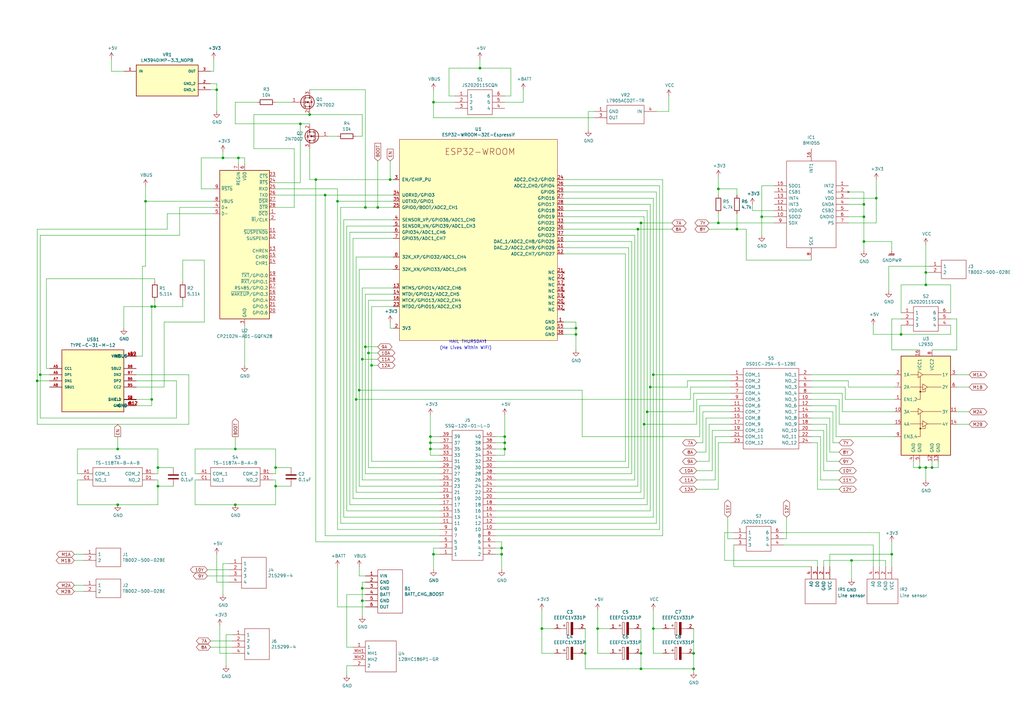
<source format=kicad_sch>
(kicad_sch (version 20211123) (generator eeschema)
  (paper "A3")
  (junction (at 62.23 125.73))
  (junction (at 205.74 227.33))
  (junction (at 152.4 149.86))
  (junction (at 96.52 207.01))
  (junction (at 365.76 227.33))
  (junction (at 379.73 111.76))
  (junction (at 302.26 93.98))
  (junction (at 88.9 36.83))
  (junction (at 91.44 64.77))
  (junction (at 176.53 181.61))
  (junction (at 294.64 91.44))
  (junction (at 379.73 191.77))
  (junction (at 262.89 267.97))
  (junction (at 240.03 267.97))
  (junction (at 349.25 229.87))
  (junction (at 382.27 191.77))
  (junction (at 245.11 257.81))
  (junction (at 176.53 179.07))
  (junction (at 151.13 144.78))
  (junction (at 207.01 184.15))
  (junction (at 359.41 81.28))
  (junction (at 133.35 80.01))
  (junction (at 354.33 88.9))
  (junction (at 123.19 50.8))
  (junction (at 207.01 181.61))
  (junction (at 138.43 82.55))
  (junction (at 148.59 246.38))
  (junction (at 262.89 274.32))
  (junction (at 379.73 116.84))
  (junction (at 48.26 207.01))
  (junction (at 160.02 73.66))
  (junction (at 64.77 199.39))
  (junction (at 265.43 168.91))
  (junction (at 62.23 163.83))
  (junction (at 196.85 27.94))
  (junction (at 148.59 147.32))
  (junction (at 369.57 137.16))
  (junction (at 147.32 160.02))
  (junction (at 354.33 83.82))
  (junction (at 177.8 227.33))
  (junction (at 148.59 241.3))
  (junction (at 16.51 153.67))
  (junction (at 261.62 93.98))
  (junction (at 127 46.99))
  (junction (at 146.05 163.83))
  (junction (at 63.5 125.73))
  (junction (at 267.97 153.67))
  (junction (at 97.79 64.77))
  (junction (at 149.86 85.09))
  (junction (at 129.54 73.66))
  (junction (at 149.86 142.24))
  (junction (at 48.26 184.15))
  (junction (at 59.69 82.55))
  (junction (at 176.53 184.15))
  (junction (at 113.03 199.39))
  (junction (at 312.42 88.9))
  (junction (at 236.22 134.62))
  (junction (at 15.24 156.21))
  (junction (at 177.8 41.91))
  (junction (at 266.7 158.75))
  (junction (at 354.33 99.06))
  (junction (at 264.16 173.99))
  (junction (at 207.01 179.07))
  (junction (at 154.94 85.09))
  (junction (at 267.97 257.81))
  (junction (at 236.22 137.16))
  (junction (at 284.48 267.97))
  (junction (at 222.25 257.81))
  (junction (at 262.89 91.44))
  (junction (at 64.77 191.77))
  (junction (at 284.48 274.32))
  (junction (at 294.64 77.47))
  (junction (at 96.52 184.15))
  (junction (at 377.19 191.77))
  (junction (at 205.74 224.79))
  (junction (at 113.03 191.77))
  (wire (pts (xy 231.14 96.52) (xy 260.35 96.52)))
  (wire (pts (xy 397.51 158.75) (xy 392.43 158.75)))
  (wire (pts (xy 345.44 168.91) (xy 367.03 168.91)))
  (wire (pts (xy 148.59 196.85) (xy 180.34 196.85)))
  (wire (pts (xy 146.05 163.83) (xy 146.05 201.93)))
  (wire (pts (xy 160.02 66.04) (xy 160.02 73.66)))
  (wire (pts (xy 90.17 267.97) (xy 90.17 256.54)))
  (wire (pts (xy 134.62 55.88) (xy 138.43 55.88)))
  (wire (pts (xy 16.51 171.45) (xy 72.39 171.45)))
  (wire (pts (xy 152.4 125.73) (xy 152.4 149.86)))
  (wire (pts (xy 344.17 196.85) (xy 336.55 196.85)))
  (wire (pts (xy 349.25 229.87) (xy 349.25 237.49)))
  (wire (pts (xy 138.43 217.17) (xy 180.34 217.17)))
  (wire (pts (xy 88.9 36.83) (xy 88.9 45.72)))
  (wire (pts (xy 142.24 209.55) (xy 180.34 209.55)))
  (wire (pts (xy 151.13 144.78) (xy 151.13 191.77)))
  (wire (pts (xy 111.76 196.85) (xy 113.03 196.85)))
  (wire (pts (xy 154.94 85.09) (xy 161.29 85.09)))
  (wire (pts (xy 64.77 199.39) (xy 64.77 207.01)))
  (wire (pts (xy 269.24 45.72) (xy 274.32 45.72)))
  (wire (pts (xy 149.86 85.09) (xy 154.94 85.09)))
  (wire (pts (xy 138.43 82.55) (xy 161.29 82.55)))
  (wire (pts (xy 284.48 274.32) (xy 262.89 274.32)))
  (wire (pts (xy 332.74 153.67) (xy 367.03 153.67)))
  (wire (pts (xy 139.7 85.09) (xy 139.7 214.63)))
  (wire (pts (xy 149.86 142.24) (xy 149.86 194.31)))
  (wire (pts (xy 256.54 189.23) (xy 203.2 189.23)))
  (wire (pts (xy 139.7 214.63) (xy 180.34 214.63)))
  (wire (pts (xy 245.11 250.19) (xy 245.11 257.81)))
  (wire (pts (xy 203.2 227.33) (xy 205.74 227.33)))
  (wire (pts (xy 306.07 106.68) (xy 332.74 106.68)))
  (wire (pts (xy 231.14 99.06) (xy 259.08 99.06)))
  (wire (pts (xy 154.94 144.78) (xy 151.13 144.78)))
  (wire (pts (xy 59.69 109.22) (xy 58.42 109.22)))
  (wire (pts (xy 147.32 110.49) (xy 147.32 160.02)))
  (wire (pts (xy 142.24 92.71) (xy 142.24 209.55)))
  (wire (pts (xy 59.69 76.2) (xy 59.69 82.55)))
  (wire (pts (xy 389.89 137.16) (xy 369.57 137.16)))
  (wire (pts (xy 261.62 199.39) (xy 203.2 199.39)))
  (wire (pts (xy 177.8 224.79) (xy 177.8 227.33)))
  (wire (pts (xy 180.34 184.15) (xy 176.53 184.15)))
  (wire (pts (xy 64.77 207.01) (xy 48.26 207.01)))
  (wire (pts (xy 144.78 97.79) (xy 161.29 97.79)))
  (wire (pts (xy 281.94 158.75) (xy 266.7 158.75)))
  (wire (pts (xy 271.78 257.81) (xy 267.97 257.81)))
  (wire (pts (xy 45.72 29.21) (xy 45.72 24.13)))
  (wire (pts (xy 240.03 267.97) (xy 240.03 274.32)))
  (wire (pts (xy 138.43 232.41) (xy 138.43 248.92)))
  (wire (pts (xy 91.44 62.23) (xy 91.44 64.77)))
  (wire (pts (xy 161.29 123.19) (xy 151.13 123.19)))
  (wire (pts (xy 231.14 86.36) (xy 265.43 86.36)))
  (wire (pts (xy 129.54 73.66) (xy 160.02 73.66)))
  (wire (pts (xy 264.16 88.9) (xy 264.16 173.99)))
  (wire (pts (xy 342.9 179.07) (xy 342.9 166.37)))
  (wire (pts (xy 48.26 184.15) (xy 48.26 179.07)))
  (wire (pts (xy 231.14 101.6) (xy 257.81 101.6)))
  (wire (pts (xy 151.13 123.19) (xy 151.13 144.78)))
  (wire (pts (xy 148.59 46.99) (xy 148.59 55.88)))
  (wire (pts (xy 113.03 194.31) (xy 111.76 194.31)))
  (wire (pts (xy 113.03 196.85) (xy 113.03 199.39)))
  (wire (pts (xy 297.18 229.87) (xy 297.18 218.44)))
  (wire (pts (xy 271.78 73.66) (xy 271.78 219.71)))
  (wire (pts (xy 73.66 96.52) (xy 73.66 85.09)))
  (wire (pts (xy 238.76 179.07) (xy 287.02 179.07)))
  (wire (pts (xy 142.24 92.71) (xy 161.29 92.71)))
  (wire (pts (xy 176.53 179.07) (xy 176.53 181.61)))
  (wire (pts (xy 266.7 158.75) (xy 266.7 209.55)))
  (wire (pts (xy 186.69 39.37) (xy 184.15 39.37)))
  (wire (pts (xy 231.14 104.14) (xy 256.54 104.14)))
  (wire (pts (xy 149.86 36.83) (xy 149.86 85.09)))
  (wire (pts (xy 77.47 173.99) (xy 77.47 153.67)))
  (wire (pts (xy 62.23 166.37) (xy 55.88 166.37)))
  (wire (pts (xy 149.86 243.84) (xy 142.24 243.84)))
  (wire (pts (xy 123.19 50.8) (xy 123.19 74.93)))
  (wire (pts (xy 203.2 181.61) (xy 207.01 181.61)))
  (wire (pts (xy 144.78 97.79) (xy 144.78 204.47)))
  (wire (pts (xy 147.32 232.41) (xy 147.32 236.22)))
  (wire (pts (xy 30.48 227.33) (xy 34.29 227.33)))
  (wire (pts (xy 265.43 207.01) (xy 203.2 207.01)))
  (wire (pts (xy 93.98 236.22) (xy 85.09 236.22)))
  (wire (pts (xy 123.19 50.8) (xy 96.52 50.8)))
  (wire (pts (xy 138.43 82.55) (xy 138.43 217.17)))
  (wire (pts (xy 133.35 219.71) (xy 180.34 219.71)))
  (wire (pts (xy 302.26 87.63) (xy 302.26 93.98)))
  (wire (pts (xy 259.08 194.31) (xy 203.2 194.31)))
  (wire (pts (xy 321.31 220.98) (xy 322.58 220.98)))
  (wire (pts (xy 55.88 163.83) (xy 62.23 163.83)))
  (wire (pts (xy 288.29 168.91) (xy 288.29 181.61)))
  (wire (pts (xy 299.72 168.91) (xy 288.29 168.91)))
  (wire (pts (xy 260.35 196.85) (xy 203.2 196.85)))
  (wire (pts (xy 347.98 88.9) (xy 354.33 88.9)))
  (wire (pts (xy 148.59 246.38) (xy 148.59 252.73)))
  (wire (pts (xy 96.52 184.15) (xy 113.03 184.15)))
  (wire (pts (xy 146.05 105.41) (xy 161.29 105.41)))
  (wire (pts (xy 344.17 181.61) (xy 341.63 181.61)))
  (wire (pts (xy 346.71 158.75) (xy 332.74 158.75)))
  (wire (pts (xy 347.98 158.75) (xy 347.98 156.21)))
  (wire (pts (xy 365.76 99.06) (xy 354.33 99.06)))
  (wire (pts (xy 299.72 163.83) (xy 285.75 163.83)))
  (wire (pts (xy 321.31 218.44) (xy 360.68 218.44)))
  (wire (pts (xy 359.41 81.28) (xy 359.41 91.44)))
  (wire (pts (xy 308.61 86.36) (xy 308.61 83.82)))
  (wire (pts (xy 281.94 158.75) (xy 281.94 156.21)))
  (wire (pts (xy 337.82 193.04) (xy 344.17 193.04)))
  (wire (pts (xy 262.89 91.44) (xy 262.89 201.93)))
  (wire (pts (xy 177.8 41.91) (xy 186.69 41.91)))
  (wire (pts (xy 300.99 223.52) (xy 300.99 232.41)))
  (wire (pts (xy 209.55 39.37) (xy 209.55 27.94)))
  (wire (pts (xy 379.73 196.85) (xy 379.73 191.77)))
  (wire (pts (xy 292.1 193.04) (xy 285.75 193.04)))
  (wire (pts (xy 113.03 85.09) (xy 120.65 85.09)))
  (wire (pts (xy 288.29 181.61) (xy 285.75 181.61)))
  (wire (pts (xy 299.72 166.37) (xy 287.02 166.37)))
  (wire (pts (xy 290.83 189.23) (xy 285.75 189.23)))
  (wire (pts (xy 83.82 132.08) (xy 67.31 132.08)))
  (wire (pts (xy 347.98 81.28) (xy 359.41 81.28)))
  (wire (pts (xy 340.36 185.42) (xy 344.17 185.42)))
  (wire (pts (xy 257.81 101.6) (xy 257.81 191.77)))
  (wire (pts (xy 31.75 207.01) (xy 48.26 207.01)))
  (wire (pts (xy 207.01 39.37) (xy 209.55 39.37)))
  (wire (pts (xy 147.32 160.02) (xy 147.32 199.39)))
  (wire (pts (xy 238.76 179.07) (xy 238.76 160.02)))
  (wire (pts (xy 67.31 132.08) (xy 67.31 158.75)))
  (wire (pts (xy 267.97 250.19) (xy 267.97 257.81)))
  (wire (pts (xy 346.71 163.83) (xy 346.71 158.75)))
  (wire (pts (xy 140.97 212.09) (xy 180.34 212.09)))
  (wire (pts (xy 374.65 191.77) (xy 377.19 191.77)))
  (wire (pts (xy 392.43 130.81) (xy 392.43 143.51)))
  (wire (pts (xy 93.98 231.14) (xy 91.44 231.14)))
  (wire (pts (xy 146.05 201.93) (xy 180.34 201.93)))
  (wire (pts (xy 267.97 257.81) (xy 267.97 267.97)))
  (wire (pts (xy 294.64 77.47) (xy 302.26 77.47)))
  (wire (pts (xy 262.89 201.93) (xy 203.2 201.93)))
  (wire (pts (xy 16.51 96.52) (xy 73.66 96.52)))
  (wire (pts (xy 346.71 163.83) (xy 367.03 163.83)))
  (wire (pts (xy 284.48 267.97) (xy 284.48 274.32)))
  (wire (pts (xy 340.36 227.33) (xy 365.76 227.33)))
  (wire (pts (xy 31.75 184.15) (xy 48.26 184.15)))
  (wire (pts (xy 231.14 91.44) (xy 262.89 91.44)))
  (wire (pts (xy 261.62 93.98) (xy 261.62 199.39)))
  (wire (pts (xy 284.48 161.29) (xy 284.48 168.91)))
  (wire (pts (xy 129.54 222.25) (xy 180.34 222.25)))
  (wire (pts (xy 15.24 156.21) (xy 20.32 156.21)))
  (wire (pts (xy 290.83 93.98) (xy 302.26 93.98)))
  (wire (pts (xy 30.48 240.03) (xy 34.29 240.03)))
  (wire (pts (xy 87.63 29.21) (xy 86.36 29.21)))
  (wire (pts (xy 58.42 109.22) (xy 58.42 146.05)))
  (wire (pts (xy 113.03 41.91) (xy 119.38 41.91)))
  (wire (pts (xy 265.43 86.36) (xy 265.43 168.91)))
  (wire (pts (xy 50.8 125.73) (xy 50.8 134.62)))
  (wire (pts (xy 96.52 184.15) (xy 96.52 179.07)))
  (wire (pts (xy 222.25 267.97) (xy 227.33 267.97)))
  (wire (pts (xy 299.72 173.99) (xy 290.83 173.99)))
  (wire (pts (xy 203.2 184.15) (xy 207.01 184.15)))
  (wire (pts (xy 332.74 176.53) (xy 337.82 176.53)))
  (wire (pts (xy 264.16 173.99) (xy 264.16 204.47)))
  (wire (pts (xy 231.14 83.82) (xy 266.7 83.82)))
  (wire (pts (xy 240.03 257.81) (xy 240.03 267.97)))
  (wire (pts (xy 16.51 153.67) (xy 20.32 153.67)))
  (wire (pts (xy 345.44 161.29) (xy 332.74 161.29)))
  (wire (pts (xy 100.33 133.35) (xy 100.33 149.86)))
  (wire (pts (xy 266.7 83.82) (xy 266.7 158.75)))
  (wire (pts (xy 34.29 229.87) (xy 30.48 229.87)))
  (wire (pts (xy 143.51 95.25) (xy 143.51 207.01)))
  (wire (pts (xy 143.51 207.01) (xy 180.34 207.01)))
  (wire (pts (xy 120.65 60.96) (xy 104.14 60.96)))
  (wire (pts (xy 294.64 72.39) (xy 294.64 77.47)))
  (wire (pts (xy 161.29 118.11) (xy 148.59 118.11)))
  (wire (pts (xy 67.31 158.75) (xy 55.88 158.75)))
  (wire (pts (xy 379.73 100.33) (xy 379.73 111.76)))
  (wire (pts (xy 203.2 222.25) (xy 205.74 222.25)))
  (wire (pts (xy 283.21 158.75) (xy 283.21 163.83)))
  (wire (pts (xy 203.2 224.79) (xy 205.74 224.79)))
  (wire (pts (xy 384.81 189.23) (xy 384.81 191.77)))
  (wire (pts (xy 367.03 158.75) (xy 347.98 158.75)))
  (wire (pts (xy 154.94 149.86) (xy 152.4 149.86)))
  (wire (pts (xy 335.28 232.41) (xy 335.28 229.87)))
  (wire (pts (xy 397.51 153.67) (xy 392.43 153.67)))
  (wire (pts (xy 209.55 27.94) (xy 196.85 27.94)))
  (wire (pts (xy 97.79 64.77) (xy 97.79 67.31)))
  (wire (pts (xy 262.89 91.44) (xy 275.59 91.44)))
  (wire (pts (xy 147.32 199.39) (xy 180.34 199.39)))
  (wire (pts (xy 161.29 134.62) (xy 160.02 134.62)))
  (wire (pts (xy 299.72 171.45) (xy 289.56 171.45)))
  (wire (pts (xy 143.51 95.25) (xy 161.29 95.25)))
  (wire (pts (xy 382.27 191.77) (xy 382.27 189.23)))
  (wire (pts (xy 149.86 85.09) (xy 139.7 85.09)))
  (wire (pts (xy 270.51 217.17) (xy 203.2 217.17)))
  (wire (pts (xy 68.58 93.98) (xy 68.58 87.63)))
  (wire (pts (xy 336.55 179.07) (xy 332.74 179.07)))
  (wire (pts (xy 207.01 170.18) (xy 207.01 179.07)))
  (wire (pts (xy 62.23 125.73) (xy 62.23 163.83)))
  (wire (pts (xy 231.14 134.62) (xy 236.22 134.62)))
  (wire (pts (xy 262.89 274.32) (xy 240.03 274.32)))
  (wire (pts (xy 148.59 147.32) (xy 148.59 196.85)))
  (wire (pts (xy 267.97 153.67) (xy 267.97 212.09)))
  (wire (pts (xy 354.33 88.9) (xy 354.33 99.06)))
  (wire (pts (xy 129.54 73.66) (xy 129.54 222.25)))
  (wire (pts (xy 365.76 102.87) (xy 365.76 99.06)))
  (wire (pts (xy 335.28 229.87) (xy 297.18 229.87)))
  (wire (pts (xy 339.09 189.23) (xy 339.09 173.99)))
  (wire (pts (xy 203.2 179.07) (xy 207.01 179.07)))
  (wire (pts (xy 265.43 168.91) (xy 265.43 207.01)))
  (wire (pts (xy 299.72 176.53) (xy 292.1 176.53)))
  (wire (pts (xy 241.3 45.72) (xy 241.3 53.34)))
  (wire (pts (xy 142.24 265.43) (xy 144.78 265.43)))
  (wire (pts (xy 73.66 85.09) (xy 87.63 85.09)))
  (wire (pts (xy 374.65 189.23) (xy 374.65 191.77)))
  (wire (pts (xy 274.32 45.72) (xy 274.32 39.37)))
  (wire (pts (xy 297.18 218.44) (xy 300.99 218.44)))
  (wire (pts (xy 294.64 87.63) (xy 294.64 91.44)))
  (wire (pts (xy 341.63 168.91) (xy 332.74 168.91)))
  (wire (pts (xy 364.49 109.22) (xy 364.49 119.38)))
  (wire (pts (xy 180.34 181.61) (xy 176.53 181.61)))
  (wire (pts (xy 222.25 250.19) (xy 222.25 257.81)))
  (wire (pts (xy 271.78 219.71) (xy 203.2 219.71)))
  (wire (pts (xy 354.33 78.74) (xy 354.33 83.82)))
  (wire (pts (xy 207.01 184.15) (xy 207.01 186.69)))
  (wire (pts (xy 281.94 156.21) (xy 299.72 156.21)))
  (wire (pts (xy 80.01 184.15) (xy 96.52 184.15)))
  (wire (pts (xy 87.63 77.47) (xy 82.55 77.47)))
  (wire (pts (xy 63.5 125.73) (xy 62.23 125.73)))
  (wire (pts (xy 160.02 134.62) (xy 160.02 132.08)))
  (wire (pts (xy 238.76 160.02) (xy 147.32 160.02)))
  (wire (pts (xy 365.76 143.51) (xy 365.76 130.81)))
  (wire (pts (xy 359.41 91.44) (xy 347.98 91.44)))
  (wire (pts (xy 369.57 116.84) (xy 369.57 128.27)))
  (wire (pts (xy 267.97 153.67) (xy 299.72 153.67)))
  (wire (pts (xy 344.17 173.99) (xy 367.03 173.99)))
  (wire (pts (xy 299.72 158.75) (xy 283.21 158.75)))
  (wire (pts (xy 397.51 168.91) (xy 392.43 168.91)))
  (wire (pts (xy 261.62 93.98) (xy 275.59 93.98)))
  (wire (pts (xy 138.43 248.92) (xy 149.86 248.92)))
  (wire (pts (xy 341.63 181.61) (xy 341.63 168.91)))
  (wire (pts (xy 290.83 173.99) (xy 290.83 189.23)))
  (wire (pts (xy 347.98 78.74) (xy 354.33 78.74)))
  (wire (pts (xy 100.33 64.77) (xy 100.33 67.31)))
  (wire (pts (xy 300.99 232.41) (xy 332.74 232.41)))
  (wire (pts (xy 360.68 218.44) (xy 360.68 232.41)))
  (wire (pts (xy 86.36 262.89) (xy 95.25 262.89)))
  (wire (pts (xy 379.73 116.84) (xy 389.89 116.84)))
  (wire (pts (xy 270.51 76.2) (xy 270.51 217.17)))
  (wire (pts (xy 16.51 96.52) (xy 16.51 153.67)))
  (wire (pts (xy 113.03 199.39) (xy 113.03 207.01)))
  (wire (pts (xy 95.25 260.35) (xy 92.71 260.35)))
  (wire (pts (xy 207.01 181.61) (xy 207.01 184.15)))
  (wire (pts (xy 344.17 163.83) (xy 332.74 163.83)))
  (wire (pts (xy 214.63 41.91) (xy 207.01 41.91)))
  (wire (pts (xy 363.22 229.87) (xy 363.22 232.41)))
  (wire (pts (xy 140.97 90.17) (xy 140.97 212.09)))
  (wire (pts (xy 63.5 125.73) (xy 74.93 125.73)))
  (wire (pts (xy 287.02 166.37) (xy 287.02 179.07)))
  (wire (pts (xy 379.73 111.76) (xy 379.73 116.84)))
  (wire (pts (xy 312.42 76.2) (xy 312.42 88.9)))
  (wire (pts (xy 231.14 137.16) (xy 236.22 137.16)))
  (wire (pts (xy 127 60.96) (xy 127 73.66)))
  (wire (pts (xy 180.34 227.33) (xy 177.8 227.33)))
  (wire (pts (xy 127 46.99) (xy 148.59 46.99)))
  (wire (pts (xy 15.24 156.21) (xy 15.24 173.99)))
  (wire (pts (xy 149.86 241.3) (xy 148.59 241.3)))
  (wire (pts (xy 58.42 146.05) (xy 55.88 146.05)))
  (wire (pts (xy 16.51 153.67) (xy 16.51 171.45)))
  (wire (pts (xy 289.56 185.42) (xy 285.75 185.42)))
  (wire (pts (xy 86.36 36.83) (xy 88.9 36.83)))
  (wire (pts (xy 161.29 120.65) (xy 149.86 120.65)))
  (wire (pts (xy 250.19 257.81) (xy 245.11 257.81)))
  (wire (pts (xy 144.78 273.05) (xy 142.24 273.05)))
  (wire (pts (xy 68.58 87.63) (xy 87.63 87.63)))
  (wire (pts (xy 180.34 224.79) (xy 177.8 224.79)))
  (wire (pts (xy 85.09 233.68) (xy 93.98 233.68)))
  (wire (pts (xy 149.86 238.76) (xy 148.59 238.76)))
  (wire (pts (xy 196.85 27.94) (xy 196.85 24.13)))
  (wire (pts (xy 267.97 81.28) (xy 267.97 153.67)))
  (wire (pts (xy 299.72 181.61) (xy 294.64 181.61)))
  (wire (pts (xy 231.14 73.66) (xy 271.78 73.66)))
  (wire (pts (xy 299.72 161.29) (xy 284.48 161.29)))
  (wire (pts (xy 262.89 257.81) (xy 262.89 267.97)))
  (wire (pts (xy 265.43 168.91) (xy 284.48 168.91)))
  (wire (pts (xy 119.38 191.77) (xy 113.03 191.77)))
  (wire (pts (xy 231.14 76.2) (xy 270.51 76.2)))
  (wire (pts (xy 177.8 41.91) (xy 177.8 36.83)))
  (wire (pts (xy 269.24 78.74) (xy 269.24 214.63)))
  (wire (pts (xy 342.9 166.37) (xy 332.74 166.37)))
  (wire (pts (xy 127 36.83) (xy 149.86 36.83)))
  (wire (pts (xy 358.14 232.41) (xy 358.14 223.52)))
  (wire (pts (xy 293.37 196.85) (xy 285.75 196.85)))
  (wire (pts (xy 299.72 179.07) (xy 293.37 179.07)))
  (wire (pts (xy 59.69 82.55) (xy 87.63 82.55)))
  (wire (pts (xy 33.02 194.31) (xy 31.75 194.31)))
  (wire (pts (xy 123.19 74.93) (xy 113.03 74.93)))
  (wire (pts (xy 205.74 222.25) (xy 205.74 224.79)))
  (wire (pts (xy 302.26 93.98) (xy 306.07 93.98)))
  (wire (pts (xy 222.25 257.81) (xy 222.25 267.97)))
  (wire (pts (xy 48.26 184.15) (xy 64.77 184.15)))
  (wire (pts (xy 72.39 171.45) (xy 72.39 156.21)))
  (wire (pts (xy 358.14 223.52) (xy 321.31 223.52)))
  (wire (pts (xy 154.94 66.04) (xy 154.94 85.09)))
  (wire (pts (xy 151.13 191.77) (xy 180.34 191.77)))
  (wire (pts (xy 176.53 170.18) (xy 176.53 179.07)))
  (wire (pts (xy 176.53 186.69) (xy 180.34 186.69)))
  (wire (pts (xy 284.48 274.32) (xy 284.48 275.59)))
  (wire (pts (xy 214.63 36.83) (xy 214.63 41.91)))
  (wire (pts (xy 392.43 143.51) (xy 382.27 143.51)))
  (wire (pts (xy 148.59 118.11) (xy 148.59 147.32)))
  (wire (pts (xy 293.37 179.07) (xy 293.37 196.85)))
  (wire (pts (xy 317.5 88.9) (xy 312.42 88.9)))
  (wire (pts (xy 154.94 147.32) (xy 148.59 147.32)))
  (wire (pts (xy 256.54 104.14) (xy 256.54 189.23)))
  (wire (pts (xy 50.8 125.73) (xy 62.23 125.73)))
  (wire (pts (xy 19.05 114.3) (xy 19.05 151.13)))
  (wire (pts (xy 339.09 173.99) (xy 332.74 173.99)))
  (wire (pts (xy 146.05 105.41) (xy 146.05 163.83)))
  (wire (pts (xy 72.39 156.21) (xy 55.88 156.21)))
  (wire (pts (xy 64.77 196.85) (xy 64.77 199.39)))
  (wire (pts (xy 344.17 189.23) (xy 339.09 189.23)))
  (wire (pts (xy 241.3 45.72) (xy 243.84 45.72)))
  (wire (pts (xy 231.14 88.9) (xy 264.16 88.9)))
  (wire (pts (xy 177.8 41.91) (xy 177.8 48.26)))
  (wire (pts (xy 74.93 123.19) (xy 74.93 125.73)))
  (wire (pts (xy 384.81 191.77) (xy 382.27 191.77)))
  (wire (pts (xy 344.17 173.99) (xy 344.17 163.83)))
  (wire (pts (xy 184.15 27.94) (xy 196.85 27.94)))
  (wire (pts (xy 290.83 91.44) (xy 294.64 91.44)))
  (wire (pts (xy 160.02 73.66) (xy 161.29 73.66)))
  (wire (pts (xy 127 50.8) (xy 123.19 50.8)))
  (wire (pts (xy 138.43 77.47) (xy 138.43 82.55)))
  (wire (pts (xy 83.82 106.68) (xy 83.82 132.08)))
  (wire (pts (xy 74.93 106.68) (xy 74.93 115.57)))
  (wire (pts (xy 269.24 214.63) (xy 203.2 214.63)))
  (wire (pts (xy 365.76 222.25) (xy 365.76 227.33)))
  (wire (pts (xy 15.24 93.98) (xy 68.58 93.98)))
  (wire (pts (xy 365.76 130.81) (xy 369.57 130.81)))
  (wire (pts (xy 207.01 186.69) (xy 203.2 186.69)))
  (wire (pts (xy 15.24 173.99) (xy 77.47 173.99)))
  (wire (pts (xy 284.48 257.81) (xy 284.48 267.97)))
  (wire (pts (xy 19.05 114.3) (xy 63.5 114.3)))
  (wire (pts (xy 93.98 238.76) (xy 88.9 238.76)))
  (wire (pts (xy 354.33 83.82) (xy 354.33 88.9)))
  (wire (pts (xy 245.11 257.81) (xy 245.11 267.97)))
  (wire (pts (xy 377.19 189.23) (xy 377.19 191.77)))
  (wire (pts (xy 31.75 196.85) (xy 31.75 207.01)))
  (wire (pts (xy 312.42 88.9) (xy 312.42 96.52)))
  (wire (pts (xy 59.69 82.55) (xy 59.69 109.22)))
  (wire (pts (xy 236.22 137.16) (xy 236.22 143.51)))
  (wire (pts (xy 336.55 196.85) (xy 336.55 179.07)))
  (wire (pts (xy 152.4 189.23) (xy 180.34 189.23)))
  (wire (pts (xy 347.98 83.82) (xy 354.33 83.82)))
  (wire (pts (xy 80.01 207.01) (xy 96.52 207.01)))
  (wire (pts (xy 77.47 153.67) (xy 55.88 153.67)))
  (wire (pts (xy 104.14 46.99) (xy 127 46.99)))
  (wire (pts (xy 377.19 143.51) (xy 365.76 143.51)))
  (wire (pts (xy 332.74 171.45) (xy 340.36 171.45)))
  (wire (pts (xy 31.75 194.31) (xy 31.75 184.15)))
  (wire (pts (xy 340.36 232.41) (xy 340.36 227.33)))
  (wire (pts (xy 337.82 232.41) (xy 337.82 229.87)))
  (wire (pts (xy 236.22 134.62) (xy 236.22 137.16)))
  (wire (pts (xy 377.19 191.77) (xy 379.73 191.77)))
  (wire (pts (xy 15.24 93.98) (xy 15.24 156.21)))
  (wire (pts (xy 267.97 212.09) (xy 203.2 212.09)))
  (wire (pts (xy 184.15 39.37) (xy 184.15 27.94)))
  (wire (pts (xy 83.82 106.68) (xy 74.93 106.68)))
  (wire (pts (xy 64.77 184.15) (xy 64.77 191.77)))
  (wire (pts (xy 63.5 114.3) (xy 63.5 115.57)))
  (wire (pts (xy 104.14 60.96) (xy 104.14 46.99)))
  (wire (pts (xy 81.28 196.85) (xy 80.01 196.85)))
  (wire (pts (xy 33.02 196.85) (xy 31.75 196.85)))
  (wire (pts (xy 88.9 34.29) (xy 88.9 36.83)))
  (wire (pts (xy 144.78 204.47) (xy 180.34 204.47)))
  (wire (pts (xy 88.9 238.76) (xy 88.9 227.33)))
  (wire (pts (xy 381 111.76) (xy 379.73 111.76)))
  (wire (pts (xy 389.89 133.35) (xy 389.89 137.16)))
  (wire (pts (xy 120.65 85.09) (xy 120.65 60.96)))
  (wire (pts (xy 349.25 229.87) (xy 363.22 229.87)))
  (wire (pts (xy 335.28 200.66) (xy 344.17 200.66)))
  (wire (pts (xy 259.08 99.06) (xy 259.08 194.31)))
  (wire (pts (xy 292.1 176.53) (xy 292.1 193.04)))
  (wire (pts (xy 140.97 90.17) (xy 161.29 90.17)))
  (wire (pts (xy 91.44 64.77) (xy 97.79 64.77)))
  (wire (pts (xy 50.8 29.21) (xy 45.72 29.21)))
  (wire (pts (xy 257.81 191.77) (xy 203.2 191.77)))
  (wire (pts (xy 148.59 55.88) (xy 146.05 55.88)))
  (wire (pts (xy 227.33 257.81) (xy 222.25 257.81)))
  (wire (pts (xy 81.28 194.31) (xy 80.01 194.31)))
  (wire (pts (xy 260.35 96.52) (xy 260.35 196.85)))
  (wire (pts (xy 95.25 265.43) (xy 86.36 265.43)))
  (wire (pts (xy 365.76 227.33) (xy 365.76 232.41)))
  (wire (pts (xy 113.03 184.15) (xy 113.03 191.77)))
  (wire (pts (xy 369.57 133.35) (xy 369.57 137.16)))
  (wire (pts (xy 82.55 64.77) (xy 91.44 64.77)))
  (wire (pts (xy 80.01 194.31) (xy 80.01 184.15)))
  (wire (pts (xy 392.43 173.99) (xy 397.51 173.99)))
  (wire (pts (xy 300.99 220.98) (xy 298.45 220.98)))
  (wire (pts (xy 340.36 171.45) (xy 340.36 185.42)))
  (wire (pts (xy 149.86 120.65) (xy 149.86 142.24)))
  (wire (pts (xy 86.36 34.29) (xy 88.9 34.29)))
  (wire (pts (xy 358.14 137.16) (xy 358.14 133.35)))
  (wire (pts (xy 177.8 48.26) (xy 243.84 48.26)))
  (wire (pts (xy 294.64 200.66) (xy 285.75 200.66)))
  (wire (pts (xy 149.86 194.31) (xy 180.34 194.31)))
  (wire (pts (xy 177.8 227.33) (xy 177.8 233.68)))
  (wire (pts (xy 264.16 173.99) (xy 285.75 173.99)))
  (wire (pts (xy 97.79 64.77) (xy 100.33 64.77)))
  (wire (pts (xy 180.34 179.07) (xy 176.53 179.07)))
  (wire (pts (xy 262.89 267.97) (xy 262.89 274.32)))
  (wire (pts (xy 82.55 64.77) (xy 82.55 77.47)))
  (wire (pts (xy 71.12 199.39) (xy 64.77 199.39)))
  (wire (pts (xy 96.52 41.91) (xy 105.41 41.91)))
  (wire (pts (xy 306.07 106.68) (xy 306.07 93.98)))
  (wire (pts (xy 231.14 78.74) (xy 269.24 78.74)))
  (wire (pts (xy 231.14 81.28) (xy 267.97 81.28)))
  (wire (pts (xy 337.82 176.53) (xy 337.82 193.04)))
  (wire (pts (xy 261.62 93.98) (xy 231.14 93.98)))
  (wire (pts (xy 317.5 86.36) (xy 308.61 86.36)))
  (wire (pts (xy 62.23 163.83) (xy 62.23 166.37)))
  (wire (pts (xy 64.77 191.77) (xy 64.77 194.31)))
  (wire (pts (xy 148.59 241.3) (xy 148.59 246.38)))
  (wire (pts (xy 176.53 184.15) (xy 176.53 186.69)))
  (wire (pts (xy 369.57 137.16) (xy 358.14 137.16)))
  (wire (pts (xy 113.03 191.77) (xy 113.03 194.31)))
  (wire (pts (xy 64.77 194.31) (xy 63.5 194.31)))
  (wire (pts (xy 113.03 80.01) (xy 133.35 80.01)))
  (wire (pts (xy 96.52 50.8) (xy 96.52 41.91)))
  (wire (pts (xy 322.58 220.98) (xy 322.58 212.09)))
  (wire (pts (xy 332.74 181.61) (xy 335.28 181.61)))
  (wire (pts (xy 389.89 130.81) (xy 392.43 130.81)))
  (wire (pts (xy 161.29 125.73) (xy 152.4 125.73)))
  (wire (pts (xy 34.29 242.57) (xy 30.48 242.57)))
  (wire (pts (xy 154.94 142.24) (xy 149.86 142.24)))
  (wire (pts (xy 302.26 77.47) (xy 302.26 80.01)))
  (wire (pts (xy 147.32 110.49) (xy 161.29 110.49)))
  (wire (pts (xy 92.71 260.35) (xy 92.71 273.05)))
  (wire (pts (xy 294.64 181.61) (xy 294.64 200.66)))
  (wire (pts (xy 146.05 163.83) (xy 283.21 163.83)))
  (wire (pts (xy 335.28 181.61) (xy 335.28 200.66)))
  (wire (pts (xy 113.03 207.01) (xy 96.52 207.01)))
  (wire (pts (xy 91.44 231.14) (xy 91.44 243.84)))
  (wire (pts (xy 127 73.66) (xy 129.54 73.66)))
  (wire (pts (xy 285.75 163.83) (xy 285.75 173.99)))
  (wire (pts (xy 354.33 99.06) (xy 354.33 102.87)))
  (wire (pts (xy 389.89 116.84) (xy 389.89 128.27)))
  (wire (pts (xy 347.98 156.21) (xy 332.74 156.21)))
  (wire (pts (xy 205.74 224.79) (xy 205.74 227.33)))
  (wire (pts (xy 381 109.22) (xy 364.49 109.22)))
  (wire (pts (xy 379.73 191.77) (xy 382.27 191.77)))
  (wire (pts (xy 147.32 236.22) (xy 149.86 236.22)))
  (wire (pts (xy 207.01 179.07) (xy 207.01 181.61)))
  (wire (pts (xy 87.63 24.13) (xy 87.63 29.21)))
  (wire (pts (xy 337.82 229.87) (xy 349.25 229.87)))
  (wire (pts (xy 369.57 116.84) (xy 379.73 116.84)))
  (wire (pts (xy 294.64 91.44) (xy 317.5 91.44)))
  (wire (pts (xy 267.97 267.97) (xy 271.78 267.97)))
  (wire (pts (xy 71.12 191.77) (xy 64.77 191.77)))
  (wire (pts (xy 236.22 132.08) (xy 236.22 134.62)))
  (wire (pts (xy 149.86 246.38) (xy 148.59 246.38)))
  (wire (pts (xy 142.24 273.05) (xy 142.24 276.86)))
  (wire (pts (xy 63.5 196.85) (xy 64.77 196.85)))
  (wire (pts (xy 176.53 181.61) (xy 176.53 184.15)))
  (wire (pts (xy 231.14 132.08) (xy 236.22 132.08)))
  (wire (pts (xy 266.7 209.55) (xy 203.2 209.55)))
  (wire (pts (xy 294.64 77.47) (xy 294.64 80.01)))
  (wire (pts (xy 133.35 80.01) (xy 161.29 80.01)))
  (wire (pts (xy 359.41 73.66) (xy 359.41 81.28)))
  (wire (pts (xy 148.59 238.76) (xy 148.59 241.3)))
  (wire (pts (xy 80.01 196.85) (xy 80.01 207.01)))
  (wire (pts (xy 317.5 76.2) (xy 312.42 76.2)))
  (wire (pts (xy 133.35 80.01) (xy 133.35 219.71)))
  (wire (pts (xy 95.25 267.97) (xy 90.17 267.97)))
  (wire (pts (xy 152.4 149.86) (xy 152.4 189.23)))
  (wire (pts (xy 345.44 168.91) (xy 345.44 161.29)))
  (wire (pts (xy 63.5 123.19) (xy 63.5 125.73)))
  (wire (pts (xy 289.56 171.45) (xy 289.56 185.42)))
  (wire (pts (xy 119.38 199.39) (xy 113.03 199.39)))
  (wire (pts (xy 113.03 77.47) (xy 138.43 77.47)))
  (wire (pts (xy 250.19 267.97) (xy 245.11 267.97)))
  (wire (pts (xy 205.74 227.33) (xy 205.74 233.68)))
  (wire (pts (xy 19.05 151.13) (xy 20.32 151.13)))
  (wire (pts (xy 342.9 179.07) (xy 367.03 179.07)))
  (wire (pts (xy 298.45 220.98) (xy 298.45 212.09)))
  (wire (pts (xy 264.16 204.47) (xy 203.2 204.47)))
  (wire (pts (xy 142.24 243.84) (xy 142.24 265.43)))
  (text "(He Lives Within WIFI)" (at 180.34 143.51 0) (effects (font (size 1.27 1.27)) (justify left bottom)))
  (text "HAIL THURSDAY!\n" (at 184.15 140.97 0) (effects (font (size 1.27 1.27)) (justify left bottom)))
  (global_label "9A" (shape bidirectional) (at 285.75 189.23 180) (property "Intersheet References" "${INTERSHEET_REFS}" (effects hide)))
  (global_label "M2B" (shape bidirectional) (at 397.51 173.99 0) (property "Intersheet References" "${INTERSHEET_REFS}" (effects hide)))
  (global_label "BOOT" (shape output) (at 96.52 179.07 90) (property "Intersheet References" "${INTERSHEET_REFS}" (effects hide)))
  (global_label "11A" (shape bidirectional) (at 154.94 147.32 0) (property "Intersheet References" "${INTERSHEET_REFS}" (effects hide)))
  (global_label "10Y" (shape bidirectional) (at 85.09 233.68 180) (property "Intersheet References" "${INTERSHEET_REFS}" (effects hide)))
  (global_label "M2B" (shape bidirectional) (at 30.48 242.57 180) (property "Intersheet References" "${INTERSHEET_REFS}" (effects hide)))
  (global_label "M1A" (shape bidirectional) (at 30.48 227.33 180) (property "Intersheet References" "${INTERSHEET_REFS}" (effects hide)))
  (global_label "12A" (shape bidirectional) (at 285.75 200.66 180) (property "Intersheet References" "${INTERSHEET_REFS}" (effects hide)))
  (global_label "8Y" (shape bidirectional) (at 344.17 185.42 0) (property "Intersheet References" "${INTERSHEET_REFS}" (effects hide)))
  (global_label "12Y" (shape bidirectional) (at 322.58 212.09 90) (property "Intersheet References" "${INTERSHEET_REFS}" (effects hide)))
  (global_label "9A" (shape bidirectional) (at 154.94 142.24 0) (property "Intersheet References" "${INTERSHEET_REFS}" (effects hide)))
  (global_label "9Y" (shape bidirectional) (at 344.17 189.23 0) (property "Intersheet References" "${INTERSHEET_REFS}" (effects hide)))
  (global_label "10A" (shape bidirectional) (at 154.94 144.78 0) (property "Intersheet References" "${INTERSHEET_REFS}" (effects hide)))
  (global_label "9Y" (shape bidirectional) (at 85.09 236.22 180) (property "Intersheet References" "${INTERSHEET_REFS}" (effects hide)))
  (global_label "7A" (shape bidirectional) (at 285.75 181.61 180) (property "Intersheet References" "${INTERSHEET_REFS}" (effects hide)))
  (global_label "M1B" (shape bidirectional) (at 30.48 229.87 180) (property "Intersheet References" "${INTERSHEET_REFS}" (effects hide)))
  (global_label "M1A" (shape bidirectional) (at 397.51 153.67 0) (property "Intersheet References" "${INTERSHEET_REFS}" (effects hide)))
  (global_label "7Y" (shape bidirectional) (at 290.83 91.44 180) (property "Intersheet References" "${INTERSHEET_REFS}" (effects hide)))
  (global_label "8A" (shape bidirectional) (at 275.59 93.98 0) (property "Intersheet References" "${INTERSHEET_REFS}" (effects hide)))
  (global_label "7A" (shape bidirectional) (at 275.59 91.44 0) (property "Intersheet References" "${INTERSHEET_REFS}" (effects hide)))
  (global_label "11Y" (shape bidirectional) (at 298.45 212.09 90) (property "Intersheet References" "${INTERSHEET_REFS}" (effects hide)))
  (global_label "7Y" (shape bidirectional) (at 344.17 181.61 0) (property "Intersheet References" "${INTERSHEET_REFS}" (effects hide)))
  (global_label "8A" (shape bidirectional) (at 285.75 185.42 180) (property "Intersheet References" "${INTERSHEET_REFS}" (effects hide)))
  (global_label "EN" (shape output) (at 48.26 179.07 90) (property "Intersheet References" "${INTERSHEET_REFS}" (effects hide)))
  (global_label "7A" (shape bidirectional) (at 86.36 262.89 180) (property "Intersheet References" "${INTERSHEET_REFS}" (effects hide)))
  (global_label "8Y" (shape bidirectional) (at 290.83 93.98 180) (property "Intersheet References" "${INTERSHEET_REFS}" (effects hide)))
  (global_label "8A" (shape bidirectional) (at 86.36 265.43 180) (property "Intersheet References" "${INTERSHEET_REFS}" (effects hide)))
  (global_label "M2A" (shape bidirectional) (at 30.48 240.03 180) (property "Intersheet References" "${INTERSHEET_REFS}" (effects hide)))
  (global_label "12A" (shape bidirectional) (at 154.94 149.86 0) (property "Intersheet References" "${INTERSHEET_REFS}" (effects hide)))
  (global_label "10Y" (shape bidirectional) (at 344.17 193.04 0) (property "Intersheet References" "${INTERSHEET_REFS}" (effects hide)))
  (global_label "11Y" (shape bidirectional) (at 344.17 196.85 0) (property "Intersheet References" "${INTERSHEET_REFS}" (effects hide)))
  (global_label "12Y" (shape bidirectional) (at 344.17 200.66 0) (property "Intersheet References" "${INTERSHEET_REFS}" (effects hide)))
  (global_label "M1B" (shape bidirectional) (at 397.51 158.75 0) (property "Intersheet References" "${INTERSHEET_REFS}" (effects hide)))
  (global_label "11A" (shape bidirectional) (at 285.75 196.85 180) (property "Intersheet References" "${INTERSHEET_REFS}" (effects hide)))
  (global_label "10A" (shape bidirectional) (at 285.75 193.04 180) (property "Intersheet References" "${INTERSHEET_REFS}" (effects hide)))
  (global_label "EN" (shape input) (at 160.02 66.04 90) (property "Intersheet References" "${INTERSHEET_REFS}" (effects hide)))
  (global_label "M2A" (shape bidirectional) (at 397.51 168.91 0) (property "Intersheet References" "${INTERSHEET_REFS}" (effects hide)))
  (global_label "BOOT" (shape input) (at 154.94 66.04 90) (property "Intersheet References" "${INTERSHEET_REFS}" (effects hide)))
  (symbol (lib_id "esp32pcbbot-rescue:CP2102N-A01-GQFN28-Interface_USB") (at 100.33 100.33 0) (unit 1)
    (property "Reference" "U2" (at 100.33 135.6106 0))
    (property "Value" "CP2102N-A01-GQFN28" (at 100.33 137.922 0))
    (property "Footprint" "Package_DFN_QFN:QFN-28-1EP_5x5mm_P0.5mm_EP3.35x3.35mm" (effects hide))
    (property "Datasheet" "https://www.silabs.com/documents/public/data-sheets/cp2102n-datasheet.pdf" (effects hide))
  )
  (symbol (lib_id "Transistor_FET:2N7002") (at 124.46 41.91 0) (unit 1)
    (property "Reference" "Q1" (at 129.6416 40.7416 0) (effects (justify left)))
    (property "Value" "2N7002" (at 129.6416 43.053 0) (effects (justify left)))
    (property "Footprint" "Package_TO_SOT_SMD:SOT-23" (effects hide))
    (property "Datasheet" "https://www.onsemi.com/pub/Collateral/NDS7002A-D.PDF" (effects hide))
  )
  (symbol (lib_id "Transistor_FET:2N7002") (at 129.54 55.88 180) (unit 1)
    (property "Reference" "Q2" (at 124.333 54.7116 0) (effects (justify left)))
    (property "Value" "2N7002" (at 124.333 57.023 0) (effects (justify left)))
    (property "Footprint" "Package_TO_SOT_SMD:SOT-23" (effects hide))
    (property "Datasheet" "https://www.onsemi.com/pub/Collateral/NDS7002A-D.PDF" (effects hide))
  )
  (symbol (lib_id "Device:R") (at 109.22 41.91 270) (unit 1)
    (property "Reference" "R3" (at 109.22 36.6522 90))
    (property "Value" "10k" (at 109.22 38.9636 90))
    (property "Footprint" "Resistor_SMD:R_0603_1608Metric" (effects hide))
  )
  (symbol (lib_id "Device:R") (at 142.24 55.88 270) (unit 1)
    (property "Reference" "R4" (at 142.24 50.6222 90))
    (property "Value" "10k" (at 142.24 52.9336 90))
    (property "Footprint" "Resistor_SMD:R_0603_1608Metric" (effects hide))
  )
  (symbol (lib_id "power:GND") (at 50.8 134.62 0) (unit 1)
    (property "Reference" "#PWR0101" (effects hide))
    (property "Value" "GND" (at 50.927 139.0142 0))
  )
  (symbol (lib_id "esp32pcbbot-rescue:ESP32-WROOM-32E-Espressif") (at 195.58 99.06 0) (unit 1)
    (property "Reference" "U1" (at 196.215 52.959 0))
    (property "Value" "ESP32-WROOM-32E-Espressif" (at 196.215 55.2704 0))
    (property "Footprint" "SamacSys_Parts:ESP32WROOM32EM113EH3200PS3Q0" (effects hide))
  )
  (symbol (lib_id "Device:R") (at 63.5 119.38 0) (unit 1)
    (property "Reference" "R1" (at 65.278 118.2116 0) (effects (justify left)))
    (property "Value" "5.11k" (at 65.278 120.523 0) (effects (justify left)))
    (property "Footprint" "Resistor_SMD:R_0603_1608Metric" (effects hide))
  )
  (symbol (lib_id "Device:R") (at 74.93 119.38 0) (unit 1)
    (property "Reference" "R2" (at 76.708 118.2116 0) (effects (justify left)))
    (property "Value" "5.11k" (at 76.708 120.523 0) (effects (justify left)))
    (property "Footprint" "Resistor_SMD:R_0603_1608Metric" (effects hide))
  )
  (symbol (lib_id "power:GND") (at 100.33 149.86 0) (unit 1)
    (property "Reference" "#PWR0103" (effects hide))
    (property "Value" "GND" (at 100.457 154.2542 0))
  )
  (symbol (lib_id "LM3940IMP-3.3_NOPB:LM3940IMP-3.3_NOPB") (at 68.58 31.75 0) (unit 1)
    (property "Reference" "VR1" (at 68.58 22.4282 0))
    (property "Value" "LM3940IMP-3.3_NOPB" (at 68.58 24.7396 0))
    (property "Footprint" "SamacSys_Parts:SOT230P700X180-4N" (effects hide))
    (property "MANUFACTURER" "Texas Instruments" (effects hide))
    (property "MAXIMUM_PACKAGE_HEIGHT" "1.80 mm" (effects hide))
    (property "PARTREV" "G" (effects hide))
    (property "STANDARD" "Manufacturer Recommendations" (effects hide))
  )
  (symbol (lib_id "power:GND") (at 88.9 45.72 0) (unit 1)
    (property "Reference" "#PWR0104" (effects hide))
    (property "Value" "GND" (at 89.027 50.1142 0))
  )
  (symbol (lib_id "power:+5V") (at 45.72 24.13 0) (unit 1)
    (property "Reference" "#PWR0105" (effects hide))
    (property "Value" "+5V" (at 46.101 19.7358 0))
  )
  (symbol (lib_id "power:+3.3V") (at 87.63 24.13 0) (unit 1)
    (property "Reference" "#PWR0106" (effects hide))
    (property "Value" "+3.3V" (at 88.011 19.7358 0))
  )
  (symbol (lib_id "power:+3.3V") (at 91.44 62.23 0) (unit 1)
    (property "Reference" "#PWR0107" (effects hide))
    (property "Value" "+3.3V" (at 91.821 57.8358 0))
  )
  (symbol (lib_id "SamacSys_Parts:JS202011SCQN") (at 186.69 39.37 0) (unit 1)
    (property "Reference" "S1" (at 196.85 32.639 0))
    (property "Value" "JS202011SCQN" (at 196.85 34.9504 0))
    (property "Footprint" "JS202011SCQN" (effects hide))
    (property "Datasheet" "http://www.ckswitches.com/media/1422/js.pdf" (effects hide))
    (property "Description" "Sub miniature slide switches" (effects hide))
    (property "Height" "5.5" (effects hide))
    (property "Manufacturer_Name" "C & K COMPONENTS" (effects hide))
    (property "Manufacturer_Part_Number" "JS202011SCQN" (effects hide))
    (property "Mouser Part Number" "611-JS202011SCQN" (effects hide))
    (property "Mouser Price/Stock" "https://www.mouser.co.uk/ProductDetail/CK/JS202011SCQN?qs=LgMIjt8LuD95JYWxZ7NvZA%3D%3D" (effects hide))
    (property "Arrow Part Number" "JS202011SCQN" (effects hide))
    (property "Arrow Price/Stock" "https://www.arrow.com/en/products/js202011scqn/ck?region=nac" (effects hide))
  )
  (symbol (lib_id "power:VBUS") (at 59.69 76.2 0) (unit 1)
    (property "Reference" "#PWR0108" (effects hide))
    (property "Value" "VBUS" (at 60.071 71.8058 0))
  )
  (symbol (lib_id "power:VBUS") (at 177.8 36.83 0) (unit 1)
    (property "Reference" "#PWR0109" (effects hide))
    (property "Value" "VBUS" (at 178.181 32.4358 0))
  )
  (symbol (lib_id "power:+5V") (at 196.85 24.13 0) (unit 1)
    (property "Reference" "#PWR0111" (effects hide))
    (property "Value" "+5V" (at 197.231 19.7358 0))
  )
  (symbol (lib_id "power:+BATT") (at 214.63 36.83 0) (unit 1)
    (property "Reference" "#PWR0110" (effects hide))
    (property "Value" "+BATT" (at 215.011 32.4358 0))
  )
  (symbol (lib_id "SamacSys_Parts:BMI055") (at 317.5 76.2 0) (unit 1)
    (property "Reference" "IC1" (at 332.74 56.3626 0))
    (property "Value" "BMI055" (at 332.74 58.674 0))
    (property "Footprint" "BMI055" (effects hide))
    (property "Datasheet" "https://datasheet.datasheetarchive.com/originals/distributors/Datasheets-DGA1/129773.pdf" (effects hide))
    (property "Description" "IMUs - Inertial Measurement Units 6-Axis Inertia 3x4.5mm LGA-16" (effects hide))
    (property "Manufacturer_Name" "Bosch Sensortec" (effects hide))
    (property "Manufacturer_Part_Number" "BMI055" (effects hide))
    (property "Mouser Part Number" "262-BMI055" (effects hide))
    (property "Mouser Price/Stock" "https://www.mouser.co.uk/ProductDetail/Bosch-Sensortec/BMI055?qs=d72FGnIDsgRto2b9Ru3roQ%3D%3D" (effects hide))
    (property "Arrow Part Number" "BMI055" (effects hide))
    (property "Arrow Price/Stock" "https://www.arrow.com/en/products/bmi055/bosch" (effects hide))
  )
  (symbol (lib_id "power:GND") (at 354.33 102.87 0) (unit 1)
    (property "Reference" "#PWR0122" (effects hide))
    (property "Value" "GND" (at 354.457 107.2642 0))
  )
  (symbol (lib_id "power:+3V3") (at 160.02 132.08 0) (unit 1)
    (property "Reference" "#PWR0112" (effects hide))
    (property "Value" "+3V3" (at 160.401 127.6858 0))
  )
  (symbol (lib_id "power:+3V3") (at 308.61 83.82 0) (unit 1)
    (property "Reference" "#PWR0121" (effects hide))
    (property "Value" "+3V3" (at 308.991 79.4258 0))
  )
  (symbol (lib_id "power:+3V3") (at 359.41 73.66 0) (unit 1)
    (property "Reference" "#PWR0120" (effects hide))
    (property "Value" "+3V3" (at 359.791 69.2658 0))
  )
  (symbol (lib_id "power:GND") (at 312.42 96.52 0) (unit 1)
    (property "Reference" "#PWR0119" (effects hide))
    (property "Value" "GND" (at 312.547 100.9142 0))
  )
  (symbol (lib_id "power:VCC") (at 379.73 100.33 0) (unit 1)
    (property "Reference" "#PWR0134" (effects hide))
    (property "Value" "VCC" (at 380.111 95.9358 0))
  )
  (symbol (lib_id "power:GNDPWR") (at 365.76 102.87 0) (unit 1)
    (property "Reference" "#PWR0147" (effects hide))
    (property "Value" "GNDPWR" (at 365.8616 106.7816 0))
  )
  (symbol (lib_id "SamacSys_Parts:L7905ACD2T-TR") (at 243.84 45.72 0) (unit 1)
    (property "Reference" "VR2" (at 256.54 38.989 0))
    (property "Value" "L7905ACD2T-TR" (at 256.54 41.3004 0))
    (property "Footprint" "TO254P1542X460-3N" (effects hide))
    (property "Datasheet" "http://www.st.com/web/en/resource/technical/document/datasheet/CD00000450.pdf" (effects hide))
    (property "Description" "Voltage Regulator -5V 1.5A D2PAK L7905ACD2T-TR, Voltage Regulator, Negative 1.5A -5 V, +/-2%, 3-Pin D2PAK" (effects hide))
    (property "Height" "4.6" (effects hide))
    (property "Mouser Part Number" "511-L7905ACD2T-TR" (effects hide))
    (property "Mouser Price/Stock" "https://www.mouser.co.uk/ProductDetail/STMicroelectronics/L7905ACD2T-TR?qs=22WmWNTp1rqzB5VVdeF8cw%3D%3D" (effects hide))
    (property "Manufacturer_Name" "STMicroelectronics" (effects hide))
    (property "Manufacturer_Part_Number" "L7905ACD2T-TR" (effects hide))
  )
  (symbol (lib_id "power:VBUS") (at 147.32 232.41 0) (unit 1)
    (property "Reference" "#PWR0144" (effects hide))
    (property "Value" "VBUS" (at 147.701 228.0158 0))
  )
  (symbol (lib_id "power:VCC") (at 274.32 39.37 0) (unit 1)
    (property "Reference" "#PWR0135" (effects hide))
    (property "Value" "VCC" (at 274.701 34.9758 0))
  )
  (symbol (lib_id "TYPE-C-31-M-12:TYPE-C-31-M-12") (at 38.1 156.21 0) (unit 1)
    (property "Reference" "USB1" (at 38.1 139.2682 0))
    (property "Value" "TYPE-C-31-M-12" (at 38.1 141.5796 0))
    (property "Footprint" "ESP32bot:USB_C_Receptacle_HRO_TYPE-C-31-M-12" (effects hide))
    (property "STANDARD" "Manufacturer Recommendations" (effects hide))
    (property "MAXIMUM_PACKAGE_HEIGHT" "3.31mm" (effects hide))
    (property "PARTREV" "A" (effects hide))
    (property "MANUFACTURER" "HRO Electronics" (effects hide))
  )
  (symbol (lib_id "SamacSys_Parts:SSQ-120-01-L-D") (at 180.34 179.07 0) (unit 1)
    (property "Reference" "J5" (at 191.77 172.339 0))
    (property "Value" "SSQ-120-01-L-D" (at 191.77 174.6504 0))
    (property "Footprint" "SSQ-120-XX-YYY-D" (effects hide))
    (property "Datasheet" "http://suddendocs.samtec.com/prints/ssq-1xx-xx-xxx-x-xx-xxx-xx-x-mkt.pdf" (effects hide))
    (property "Description" "40 Position, .100&quot; Tiger Buy&trade; Socket Strip, Square Tail" (effects hide))
    (property "Manufacturer_Name" "SAMTEC" (effects hide))
    (property "Manufacturer_Part_Number" "SSQ-120-01-L-D" (effects hide))
    (property "Mouser Part Number" "200-SSQ12001LD" (effects hide))
    (property "Mouser Price/Stock" "https://www.mouser.co.uk/ProductDetail/Samtec/SSQ-120-01-L-D?qs=%252BZP6%2F%252BtExtDg5xp9qJK50A%3D%3D" (effects hide))
    (property "Arrow Part Number" "SSQ-120-01-L-D" (effects hide))
    (property "Arrow Price/Stock" "https://www.arrow.com/en/products/ssq-120-01-l-d/samtec" (effects hide))
  )
  (symbol (lib_id "power:GND") (at 241.3 53.34 0) (unit 1)
    (property "Reference" "#PWR0136" (effects hide))
    (property "Value" "GND" (at 241.427 57.7342 0))
  )
  (symbol (lib_id "power:GND") (at 205.74 233.68 0) (unit 1)
    (property "Reference" "#PWR0114" (effects hide))
    (property "Value" "GND" (at 205.867 238.0742 0))
  )
  (symbol (lib_id "power:GND") (at 177.8 233.68 0) (unit 1)
    (property "Reference" "#PWR0115" (effects hide))
    (property "Value" "GND" (at 177.927 238.0742 0))
  )
  (symbol (lib_id "power:+5V") (at 207.01 170.18 0) (unit 1)
    (property "Reference" "#PWR0116" (effects hide))
    (property "Value" "+5V" (at 207.391 165.7858 0))
  )
  (symbol (lib_id "power:+3.3V") (at 176.53 170.18 0) (unit 1)
    (property "Reference" "#PWR0117" (effects hide))
    (property "Value" "+3.3V" (at 176.911 165.7858 0))
  )
  (symbol (lib_id "power:GND") (at 236.22 143.51 0) (unit 1)
    (property "Reference" "#PWR0118" (effects hide))
    (property "Value" "GND" (at 236.347 147.9042 0))
  )
  (symbol (lib_id "Device:R") (at 294.64 83.82 0) (unit 1)
    (property "Reference" "R5" (at 296.418 82.6516 0) (effects (justify left)))
    (property "Value" "4.7k" (at 296.418 84.963 0) (effects (justify left)))
    (property "Footprint" "Resistor_SMD:R_0603_1608Metric" (effects hide))
  )
  (symbol (lib_id "Device:R") (at 302.26 83.82 0) (unit 1)
    (property "Reference" "R6" (at 304.038 82.6516 0) (effects (justify left)))
    (property "Value" "4.7k" (at 304.038 84.963 0) (effects (justify left)))
    (property "Footprint" "Resistor_SMD:R_0603_1608Metric" (effects hide))
  )
  (symbol (lib_id "power:+3.3V") (at 294.64 72.39 0) (unit 1)
    (property "Reference" "#PWR0123" (effects hide))
    (property "Value" "+3.3V" (at 295.021 67.9958 0))
  )
  (symbol (lib_id "Driver_Motor:L293D") (at 379.73 168.91 0) (unit 1)
    (property "Reference" "U3" (at 379.73 138.9126 0))
    (property "Value" "L293D" (at 379.73 141.224 0))
    (property "Footprint" "Package_DIP:DIP-16_W7.62mm" (effects hide))
    (property "Datasheet" "http://www.ti.com/lit/ds/symlink/l293.pdf" (effects hide))
  )
  (symbol (lib_id "SamacSys_Parts:TS-1187A-B-A-B") (at 33.02 194.31 0) (unit 1)
    (property "Reference" "S3" (at 48.26 187.579 0))
    (property "Value" "TS-1187A-B-A-B" (at 48.26 189.8904 0))
    (property "Footprint" "TS1187ABAB" (effects hide))
    (property "Datasheet" "http://www.helloxkb.com/public/images/pdf/TS-1187A-B-A-B-.pdf" (effects hide))
    (property "Description" "Tactile Switches SPST 5.10mm x 5.10mm 0.40mm 50mA @ 12VDC SMD RoHS" (effects hide))
    (property "Height" "4.05" (effects hide))
    (property "Manufacturer_Name" "XKB Connectivity" (effects hide))
    (property "Manufacturer_Part_Number" "TS-1187A-B-A-B" (effects hide))
  )
  (symbol (lib_id "power:GND") (at 48.26 207.01 0) (unit 1)
    (property "Reference" "#PWR0124" (effects hide))
    (property "Value" "GND" (at 48.387 211.4042 0))
  )
  (symbol (lib_id "Device:C") (at 71.12 195.58 0) (unit 1)
    (property "Reference" "C1" (at 74.041 194.4116 0) (effects (justify left)))
    (property "Value" "0.1uF" (at 74.041 196.723 0) (effects (justify left)))
    (property "Footprint" "Capacitor_SMD:C_0603_1608Metric" (effects hide))
  )
  (symbol (lib_id "SamacSys_Parts:TS-1187A-B-A-B") (at 81.28 194.31 0) (unit 1)
    (property "Reference" "S4" (at 96.52 187.579 0))
    (property "Value" "TS-1187A-B-A-B" (at 96.52 189.8904 0))
    (property "Footprint" "TS1187ABAB" (effects hide))
    (property "Datasheet" "http://www.helloxkb.com/public/images/pdf/TS-1187A-B-A-B-.pdf" (effects hide))
    (property "Description" "Tactile Switches SPST 5.10mm x 5.10mm 0.40mm 50mA @ 12VDC SMD RoHS" (effects hide))
    (property "Height" "4.05" (effects hide))
    (property "Manufacturer_Name" "XKB Connectivity" (effects hide))
    (property "Manufacturer_Part_Number" "TS-1187A-B-A-B" (effects hide))
  )
  (symbol (lib_id "power:GND") (at 96.52 207.01 0) (unit 1)
    (property "Reference" "#PWR0125" (effects hide))
    (property "Value" "GND" (at 96.647 211.4042 0))
  )
  (symbol (lib_id "Device:C") (at 119.38 195.58 0) (unit 1)
    (property "Reference" "C2" (at 122.301 194.4116 0) (effects (justify left)))
    (property "Value" "0.1uF" (at 122.301 196.723 0) (effects (justify left)))
    (property "Footprint" "Capacitor_SMD:C_0603_1608Metric" (effects hide))
  )
  (symbol (lib_id "SamacSys_Parts:JS202011SCQN") (at 369.57 128.27 0) (unit 1)
    (property "Reference" "S2" (at 379.73 121.539 0))
    (property "Value" "JS202011SCQN" (at 379.73 123.8504 0))
    (property "Footprint" "JS202011SCQN" (effects hide))
    (property "Datasheet" "http://www.ckswitches.com/media/1422/js.pdf" (effects hide))
    (property "Description" "Sub miniature slide switches" (effects hide))
    (property "Height" "5.5" (effects hide))
    (property "Manufacturer_Name" "C & K COMPONENTS" (effects hide))
    (property "Manufacturer_Part_Number" "JS202011SCQN" (effects hide))
    (property "Mouser Part Number" "611-JS202011SCQN" (effects hide))
    (property "Mouser Price/Stock" "https://www.mouser.co.uk/ProductDetail/CK/JS202011SCQN?qs=LgMIjt8LuD95JYWxZ7NvZA%3D%3D" (effects hide))
    (property "Arrow Part Number" "JS202011SCQN" (effects hide))
    (property "Arrow Price/Stock" "https://www.arrow.com/en/products/js202011scqn/ck?region=nac" (effects hide))
  )
  (symbol (lib_id "power:GND") (at 284.48 275.59 0) (unit 1)
    (property "Reference" "#PWR0137" (effects hide))
    (property "Value" "GND" (at 284.607 279.9842 0))
  )
  (symbol (lib_id "power:VCC") (at 267.97 250.19 0) (unit 1)
    (property "Reference" "#PWR0140" (effects hide))
    (property "Value" "VCC" (at 268.351 245.7958 0))
  )
  (symbol (lib_id "power:+5V") (at 245.11 250.19 0) (unit 1)
    (property "Reference" "#PWR0139" (effects hide))
    (property "Value" "+5V" (at 245.491 245.7958 0))
  )
  (symbol (lib_id "power:+3.3V") (at 222.25 250.19 0) (unit 1)
    (property "Reference" "#PWR0138" (effects hide))
    (property "Value" "+3.3V" (at 222.631 245.7958 0))
  )
  (symbol (lib_id "esp32pcbbot-rescue:215299-4-SamacSys_Parts") (at 95.25 260.35 0) (unit 1)
    (property "Reference" "J6" (at 111.2012 262.9916 0) (effects (justify left)))
    (property "Value" "215299-4" (at 111.2012 265.303 0) (effects (justify left)))
    (property "Footprint" "RHDR4W78P0X254_1X4_1026X252X850P" (effects hide))
    (property "Datasheet" "https://componentsearchengine.com/Datasheets/1/215299-4.pdf" (effects hide))
    (property "Description" "TE Connectivity 2.54mm 4 Pos 1 Row Straight PCB Socket Through Hole Socket Strip" (effects hide))
    (property "Height" "8.5" (effects hide))
    (property "Manufacturer_Name" "TE Connectivity" (effects hide))
    (property "Manufacturer_Part_Number" "215299-4" (effects hide))
    (property "Mouser Part Number" "571-2152994" (effects hide))
    (property "Mouser Price/Stock" "https://www.mouser.co.uk/ProductDetail/TE-Connectivity/215299-4/?qs=DVXdagybtHf6CcuZEpBwpw%3D%3D" (effects hide))
  )
  (symbol (lib_id "power:GND") (at 92.71 273.05 0) (unit 1)
    (property "Reference" "#PWR0145" (effects hide))
    (property "Value" "GND" (at 92.837 277.4442 0))
  )
  (symbol (lib_id "power:+3.3V") (at 90.17 256.54 0) (unit 1)
    (property "Reference" "#PWR0146" (effects hide))
    (property "Value" "+3.3V" (at 90.551 252.1458 0))
  )
  (symbol (lib_id "power:GND") (at 379.73 196.85 0) (unit 1)
    (property "Reference" "#PWR0126" (effects hide))
    (property "Value" "GND" (at 379.857 201.2442 0))
  )
  (symbol (lib_id "power:+5V") (at 358.14 133.35 0) (unit 1)
    (property "Reference" "#PWR0127" (effects hide))
    (property "Value" "+5V" (at 358.521 128.9558 0))
  )
  (symbol (lib_id "SamacSys_Parts:DS01C-254-S-12BE") (at 299.72 153.67 0) (unit 1)
    (property "Reference" "S5" (at 316.23 146.939 0))
    (property "Value" "DS01C-254-S-12BE" (at 316.23 149.2504 0))
    (property "Footprint" "DS01C254S12BE" (effects hide))
    (property "Datasheet" "https://www.mouser.de/datasheet/2/670/ds01_254-1777712.pdf" (effects hide))
    (property "Description" "DIP Switches / SIP Switches 1 12 Positions, Through Hole, 2.54 mm Pitch, Slide Actuator, DIP Switch" (effects hide))
    (property "Height" "7" (effects hide))
    (property "Manufacturer_Name" "CUI Inc." (effects hide))
    (property "Manufacturer_Part_Number" "DS01C-254-S-12BE" (effects hide))
    (property "Mouser Part Number" "490-DS01C-254-S-12BE" (effects hide))
    (property "Mouser Price/Stock" "https://www.mouser.co.uk/ProductDetail/CUI-Devices/DS01C-254-S-12BE?qs=wnTfsH77Xs7hI7TS%2FP%2FtWQ%3D%3D" (effects hide))
  )
  (symbol (lib_id "SamacSys_Parts:EEEFC1V331P") (at 271.78 267.97 0) (unit 1)
    (property "Reference" "C8" (at 278.13 261.1882 0))
    (property "Value" "EEEFC1V331P" (at 278.13 263.4996 0))
    (property "Footprint" "EEEFK1V331P" (effects hide))
    (property "Datasheet" "http://industrial.panasonic.com/cdbs/www-data/pdf/RDE0000/ABA0000C1172.pdf" (effects hide))
    (property "Description" "PANASONIC - EEEFC1V331P - SMD Aluminium Electrolytic Capacitor, Radial Can - SMD, 330 F, 35 V, EEEFC Series" (effects hide))
    (property "Manufacturer_Name" "Panasonic" (effects hide))
    (property "Manufacturer_Part_Number" "EEEFC1V331P" (effects hide))
    (property "Arrow Part Number" "EEEFC1V331P" (effects hide))
    (property "Arrow Price/Stock" "https://www.arrow.com/en/products/eee-fc1v331p/panasonic" (effects hide))
  )
  (symbol (lib_id "SamacSys_Parts:EEEFC1V331P") (at 271.78 257.81 0) (unit 1)
    (property "Reference" "C7" (at 278.13 251.0282 0))
    (property "Value" "EEEFC1V331P" (at 278.13 253.3396 0))
    (property "Footprint" "EEEFK1V331P" (effects hide))
    (property "Datasheet" "http://industrial.panasonic.com/cdbs/www-data/pdf/RDE0000/ABA0000C1172.pdf" (effects hide))
    (property "Description" "PANASONIC - EEEFC1V331P - SMD Aluminium Electrolytic Capacitor, Radial Can - SMD, 330 F, 35 V, EEEFC Series" (effects hide))
    (property "Manufacturer_Name" "Panasonic" (effects hide))
    (property "Manufacturer_Part_Number" "EEEFC1V331P" (effects hide))
    (property "Arrow Part Number" "EEEFC1V331P" (effects hide))
    (property "Arrow Price/Stock" "https://www.arrow.com/en/products/eee-fc1v331p/panasonic" (effects hide))
  )
  (symbol (lib_id "SamacSys_Parts:EEEFC1V331P") (at 250.19 267.97 0) (unit 1)
    (property "Reference" "C6" (at 256.54 261.1882 0))
    (property "Value" "EEEFC1V331P" (at 256.54 263.4996 0))
    (property "Footprint" "EEEFK1V331P" (effects hide))
    (property "Datasheet" "http://industrial.panasonic.com/cdbs/www-data/pdf/RDE0000/ABA0000C1172.pdf" (effects hide))
    (property "Description" "PANASONIC - EEEFC1V331P - SMD Aluminium Electrolytic Capacitor, Radial Can - SMD, 330 F, 35 V, EEEFC Series" (effects hide))
    (property "Manufacturer_Name" "Panasonic" (effects hide))
    (property "Manufacturer_Part_Number" "EEEFC1V331P" (effects hide))
    (property "Arrow Part Number" "EEEFC1V331P" (effects hide))
    (property "Arrow Price/Stock" "https://www.arrow.com/en/products/eee-fc1v331p/panasonic" (effects hide))
  )
  (symbol (lib_id "SamacSys_Parts:EEEFC1V331P") (at 250.19 257.81 0) (unit 1)
    (property "Reference" "C5" (at 256.54 251.0282 0))
    (property "Value" "EEEFC1V331P" (at 256.54 253.3396 0))
    (property "Footprint" "EEEFK1V331P" (effects hide))
    (property "Datasheet" "http://industrial.panasonic.com/cdbs/www-data/pdf/RDE0000/ABA0000C1172.pdf" (effects hide))
    (property "Description" "PANASONIC - EEEFC1V331P - SMD Aluminium Electrolytic Capacitor, Radial Can - SMD, 330 F, 35 V, EEEFC Series" (effects hide))
    (property "Manufacturer_Name" "Panasonic" (effects hide))
    (property "Manufacturer_Part_Number" "EEEFC1V331P" (effects hide))
    (property "Arrow Part Number" "EEEFC1V331P" (effects hide))
    (property "Arrow Price/Stock" "https://www.arrow.com/en/products/eee-fc1v331p/panasonic" (effects hide))
  )
  (symbol (lib_id "SamacSys_Parts:EEEFC1V331P") (at 227.33 267.97 0) (unit 1)
    (property "Reference" "C4" (at 233.68 261.1882 0))
    (property "Value" "EEEFC1V331P" (at 233.68 263.4996 0))
    (property "Footprint" "EEEFK1V331P" (effects hide))
    (property "Datasheet" "http://industrial.panasonic.com/cdbs/www-data/pdf/RDE0000/ABA0000C1172.pdf" (effects hide))
    (property "Description" "PANASONIC - EEEFC1V331P - SMD Aluminium Electrolytic Capacitor, Radial Can - SMD, 330 F, 35 V, EEEFC Series" (effects hide))
    (property "Manufacturer_Name" "Panasonic" (effects hide))
    (property "Manufacturer_Part_Number" "EEEFC1V331P" (effects hide))
    (property "Arrow Part Number" "EEEFC1V331P" (effects hide))
    (property "Arrow Price/Stock" "https://www.arrow.com/en/products/eee-fc1v331p/panasonic" (effects hide))
  )
  (symbol (lib_id "SamacSys_Parts:EEEFC1V331P") (at 227.33 257.81 0) (unit 1)
    (property "Reference" "C3" (at 233.68 251.0282 0))
    (property "Value" "EEEFC1V331P" (at 233.68 253.3396 0))
    (property "Footprint" "EEEFK1V331P" (effects hide))
    (property "Datasheet" "http://industrial.panasonic.com/cdbs/www-data/pdf/RDE0000/ABA0000C1172.pdf" (effects hide))
    (property "Description" "PANASONIC - EEEFC1V331P - SMD Aluminium Electrolytic Capacitor, Radial Can - SMD, 330 F, 35 V, EEEFC Series" (effects hide))
    (property "Manufacturer_Name" "Panasonic" (effects hide))
    (property "Manufacturer_Part_Number" "EEEFC1V331P" (effects hide))
    (property "Arrow Part Number" "EEEFC1V331P" (effects hide))
    (property "Arrow Price/Stock" "https://www.arrow.com/en/products/eee-fc1v331p/panasonic" (effects hide))
  )
  (symbol (lib_id "SamacSys_Parts:BATT_CHG_BOOST") (at 149.86 236.22 0) (unit 1)
    (property "Reference" "B1" (at 165.8112 241.4016 0) (effects (justify left)))
    (property "Value" "BATT_CHG_BOOST" (at 165.8112 243.713 0) (effects (justify left)))
    (property "Footprint" "ESP32bot:BATT_CHG_BOOST" (effects hide))
    (property "Datasheet" "https://www.amazon.com/MakerFocus-Discharge-Integrated-Charging-Protection/dp/B07PZT3ZW2/ref=sr_1_2_sspa?crid=331AVOZ877U9G&keywords=liion+charger+boost+board&qid=1652829149&sprefix=%2Caps%2C224&sr=8-2-spons&psc=1&spLa=ZW5jcnlwdGVkUXVhbGlmaWVyPUFMMEtLQ082Qk9FNjAmZW5jcnlwdGVkSWQ9QTAxNDQ5OTYzQVZBSFQzQkRBTEFOJmVuY3J5cHRlZEFkSWQ9QTA5MjkxNTRDSjMzODRPTEJLSjkmd2lkZ2V0TmFtZT1zcF9hdGYmYWN0aW9uPWNsaWNrUmVkaXJlY3QmZG9Ob3RMb2dDbGljaz10cnVl" (effects hide))
    (property "Description" "A simple integrated battery charge and boost module" (effects hide))
    (property "Height" "8.5" (effects hide))
    (property "Manufacturer_Name" "MakerFocus" (effects hide))
    (property "Manufacturer_Part_Number" "NaN" (effects hide))
    (property "Mouser Part Number" "NaN" (effects hide))
    (property "Mouser Price/Stock" "NaN" (effects hide))
  )
  (symbol (lib_id "power:+BATT") (at 138.43 232.41 0) (unit 1)
    (property "Reference" "#PWR0141" (effects hide))
    (property "Value" "+BATT" (at 138.811 228.0158 0))
  )
  (symbol (lib_id "esp32pcbbot-rescue:215299-4-SamacSys_Parts") (at 93.98 231.14 0) (unit 1)
    (property "Reference" "J4" (at 109.9312 233.7816 0) (effects (justify left)))
    (property "Value" "215299-4" (at 109.9312 236.093 0) (effects (justify left)))
    (property "Footprint" "RHDR4W78P0X254_1X4_1026X252X850P" (effects hide))
    (property "Datasheet" "https://componentsearchengine.com/Datasheets/1/215299-4.pdf" (effects hide))
    (property "Description" "TE Connectivity 2.54mm 4 Pos 1 Row Straight PCB Socket Through Hole Socket Strip" (effects hide))
    (property "Height" "8.5" (effects hide))
    (property "Manufacturer_Name" "TE Connectivity" (effects hide))
    (property "Manufacturer_Part_Number" "215299-4" (effects hide))
    (property "Mouser Part Number" "571-2152994" (effects hide))
    (property "Mouser Price/Stock" "https://www.mouser.co.uk/ProductDetail/TE-Connectivity/215299-4/?qs=DVXdagybtHf6CcuZEpBwpw%3D%3D" (effects hide))
  )
  (symbol (lib_id "power:GND") (at 91.44 243.84 0) (unit 1)
    (property "Reference" "#PWR0128" (effects hide))
    (property "Value" "GND" (at 91.567 248.2342 0))
  )
  (symbol (lib_id "power:GND") (at 148.59 252.73 0) (unit 1)
    (property "Reference" "#PWR0142" (effects hide))
    (property "Value" "GND" (at 148.717 257.1242 0))
  )
  (symbol (lib_id "power:+5V") (at 88.9 227.33 0) (unit 1)
    (property "Reference" "#PWR0129" (effects hide))
    (property "Value" "+5V" (at 89.281 222.9358 0))
  )
  (symbol (lib_id "SamacSys_Parts:12BHC186P1-GR") (at 144.78 265.43 0) (unit 1)
    (property "Reference" "U4" (at 163.2712 268.0716 0) (effects (justify left)))
    (property "Value" "12BHC186P1-GR" (at 163.2712 270.383 0) (effects (justify left)))
    (property "Footprint" "12BHC186P1GR" (effects hide))
    (property "Datasheet" "https://www.mouser.co.il/datasheet/2/209/EaglePlastics_EPD_201001-1902272.pdf" (effects hide))
    (property "Description" "1 \"18650\" Battery Holder" (effects hide))
    (property "Height" "20.5" (effects hide))
    (property "Mouser Part Number" "12BHC186P1-GR" (effects hide))
    (property "Mouser Price/Stock" "https://www.mouser.co.uk/ProductDetail/Eagle-Plastic-Devices/12BHC186P1-GR?qs=yqaQSyyJnNiNkNtwVjdKJQ%3D%3D" (effects hide))
    (property "Manufacturer_Name" "Eagle Plastic Devices" (effects hide))
    (property "Manufacturer_Part_Number" "12BHC186P1-GR" (effects hide))
  )
  (symbol (lib_id "power:GND") (at 142.24 276.86 0) (unit 1)
    (property "Reference" "#PWR0143" (effects hide))
    (property "Value" "GND" (at 142.367 281.2542 0))
  )
  (symbol (lib_id "SamacSys_Parts:TB002-500-02BE") (at 34.29 227.33 0) (unit 1)
    (property "Reference" "J1" (at 50.2412 227.4316 0) (effects (justify left)))
    (property "Value" "TB002-500-02BE" (at 50.2412 229.743 0) (effects (justify left)))
    (property "Footprint" "TB00250002BE" (effects hide))
    (property "Datasheet" "https://eu.mouser.com/datasheet/2/670/tb002_500-1550579.pdf" (effects hide))
    (property "Description" "Fixed Terminal Blocks Terminal block, screw type, 5.00, horizontal, 2 poles, CUI Blue, slotted screw, PCB mount" (effects hide))
    (property "Height" "10.4" (effects hide))
    (property "Manufacturer_Name" "CUI Inc." (effects hide))
    (property "Manufacturer_Part_Number" "TB002-500-02BE" (effects hide))
    (property "Mouser Part Number" "490-TB002-500-02BE" (effects hide))
    (property "Mouser Price/Stock" "https://www.mouser.co.uk/ProductDetail/CUI-Devices/TB002-500-02BE?qs=vLWxofP3U2x9716kcgva%2Fw%3D%3D" (effects hide))
    (property "Arrow Part Number" "TB002-500-02BE" (effects hide))
    (property "Arrow Price/Stock" "https://www.arrow.com/en/products/tb002-500-02be/cui-devices?region=nac" (effects hide))
  )
  (symbol (lib_id "SamacSys_Parts:TB002-500-02BE") (at 34.29 240.03 0) (unit 1)
    (property "Reference" "J2" (at 50.2412 240.1316 0) (effects (justify left)))
    (property "Value" "TB002-500-02BE" (at 50.2412 242.443 0) (effects (justify left)))
    (property "Footprint" "TB00250002BE" (effects hide))
    (property "Datasheet" "https://eu.mouser.com/datasheet/2/670/tb002_500-1550579.pdf" (effects hide))
    (property "Description" "Fixed Terminal Blocks Terminal block, screw type, 5.00, horizontal, 2 poles, CUI Blue, slotted screw, PCB mount" (effects hide))
    (property "Height" "10.4" (effects hide))
    (property "Manufacturer_Name" "CUI Inc." (effects hide))
    (property "Manufacturer_Part_Number" "TB002-500-02BE" (effects hide))
    (property "Mouser Part Number" "490-TB002-500-02BE" (effects hide))
    (property "Mouser Price/Stock" "https://www.mouser.co.uk/ProductDetail/CUI-Devices/TB002-500-02BE?qs=vLWxofP3U2x9716kcgva%2Fw%3D%3D" (effects hide))
    (property "Arrow Part Number" "TB002-500-02BE" (effects hide))
    (property "Arrow Price/Stock" "https://www.arrow.com/en/products/tb002-500-02be/cui-devices?region=nac" (effects hide))
  )
  (symbol (lib_id "SamacSys_Parts:TB002-500-02BE") (at 381 109.22 0) (unit 1)
    (property "Reference" "J3" (at 396.9512 109.3216 0) (effects (justify left)))
    (property "Value" "TB002-500-02BE" (at 396.9512 111.633 0) (effects (justify left)))
    (property "Footprint" "TB00250002BE" (effects hide))
    (property "Datasheet" "https://eu.mouser.com/datasheet/2/670/tb002_500-1550579.pdf" (effects hide))
    (property "Description" "Fixed Terminal Blocks Terminal block, screw type, 5.00, horizontal, 2 poles, CUI Blue, slotted screw, PCB mount" (effects hide))
    (property "Height" "10.4" (effects hide))
    (property "Manufacturer_Name" "CUI Inc." (effects hide))
    (property "Manufacturer_Part_Number" "TB002-500-02BE" (effects hide))
    (property "Mouser Part Number" "490-TB002-500-02BE" (effects hide))
    (property "Mouser Price/Stock" "https://www.mouser.co.uk/ProductDetail/CUI-Devices/TB002-500-02BE?qs=vLWxofP3U2x9716kcgva%2Fw%3D%3D" (effects hide))
    (property "Arrow Part Number" "TB002-500-02BE" (effects hide))
    (property "Arrow Price/Stock" "https://www.arrow.com/en/products/tb002-500-02be/cui-devices?region=nac" (effects hide))
  )
  (symbol (lib_id "power:GND") (at 364.49 119.38 0) (unit 1)
    (property "Reference" "#PWR0133" (effects hide))
    (property "Value" "GND" (at 364.617 123.7742 0))
  )
  (symbol (lib_id "SamacSys_Parts:JS202011SCQN") (at 300.99 218.44 0) (unit 1)
    (property "Reference" "S?" (at 311.15 211.709 0))
    (property "Value" "JS202011SCQN" (at 311.15 214.0204 0))
    (property "Footprint" "JS202011SCQN" (effects hide))
    (property "Datasheet" "http://www.ckswitches.com/media/1422/js.pdf" (effects hide))
    (property "Description" "Sub miniature slide switches" (effects hide))
    (property "Height" "5.5" (effects hide))
    (property "Manufacturer_Name" "C & K COMPONENTS" (effects hide))
    (property "Manufacturer_Part_Number" "JS202011SCQN" (effects hide))
    (property "Mouser Part Number" "611-JS202011SCQN" (effects hide))
    (property "Mouser Price/Stock" "https://www.mouser.co.uk/ProductDetail/CK/JS202011SCQN?qs=LgMIjt8LuD95JYWxZ7NvZA%3D%3D" (effects hide))
    (property "Arrow Part Number" "JS202011SCQN" (effects hide))
    (property "Arrow Price/Stock" "https://www.arrow.com/en/products/js202011scqn/ck?region=nac" (effects hide))
  )
  (symbol (lib_id "power:GND") (at 349.25 237.49 0) (unit 1)
    (property "Reference" "#PWR?" (effects hide))
    (property "Value" "GND" (at 349.25 241.9334 0))
  )
  (symbol (lib_id "esp32pcbbot-cache:+3.3V") (at 365.76 222.25 0) (unit 1)
    (property "Reference" "#PWR?" (effects hide))
    (property "Value" "+3.3V" (at 365.76 218.6742 0))
  )
  (symbol (lib_id "esp32pcbbot-rescue:Line sensor") (at 340.36 232.41 270) (unit 1)
    (property "Reference" "IR1" (at 343.6112 241.7353 90) (effects (justify left)))
    (property "Value" "Line sensor" (at 343.6112 244.2722 90) (effects (justify left)))
    (property "Footprint" "custom_components:IR reflectivity sensor" (effects hide))
    (property "Datasheet" "https://www.amazon.com/DAOKI-TCRT5000-Infrared-Reflective-Photoelectric/dp/B00XT0PBC0/ref=sr_1_7?crid=1ET4W9UGF3LZR&keywords=ir+reflective+sensor&qid=1660854172&sprefix=ir+reflective+sensor%2Caps%2C253&sr=8-7" (effects hide))
    (property "Description" "IR reflectivity sensor module, 3-4 pin" (effects hide))
    (property "Height" "10" (effects hide))
    (property "Manufacturer_Name" "DAOKI" (effects hide))
    (property "Manufacturer_Part_Number" "TS-US-109-CA" (effects hide))
    (property "Mouser Part Number" "NaN" (effects hide))
    (property "Mouser Price/Stock" "NaN" (effects hide))
  )
  (symbol (lib_id "esp32pcbbot-rescue:Line sensor") (at 365.76 232.41 270) (unit 1)
    (property "Reference" "IR2" (at 369.0112 241.7353 90) (effects (justify left)))
    (property "Value" "Line sensor" (at 369.0112 244.2722 90) (effects (justify left)))
    (property "Footprint" "custom_components:IR reflectivity sensor" (effects hide))
    (property "Datasheet" "https://www.amazon.com/DAOKI-TCRT5000-Infrared-Reflective-Photoelectric/dp/B00XT0PBC0/ref=sr_1_7?crid=1ET4W9UGF3LZR&keywords=ir+reflective+sensor&qid=1660854172&sprefix=ir+reflective+sensor%2Caps%2C253&sr=8-7" (effects hide))
    (property "Description" "IR reflectivity sensor module, 3-4 pin" (effects hide))
    (property "Height" "10" (effects hide))
    (property "Manufacturer_Name" "DAOKI" (effects hide))
    (property "Manufacturer_Part_Number" "TS-US-109-CA" (effects hide))
    (property "Mouser Part Number" "NaN" (effects hide))
    (property "Mouser Price/Stock" "NaN" (effects hide))
  )
)
</source>
